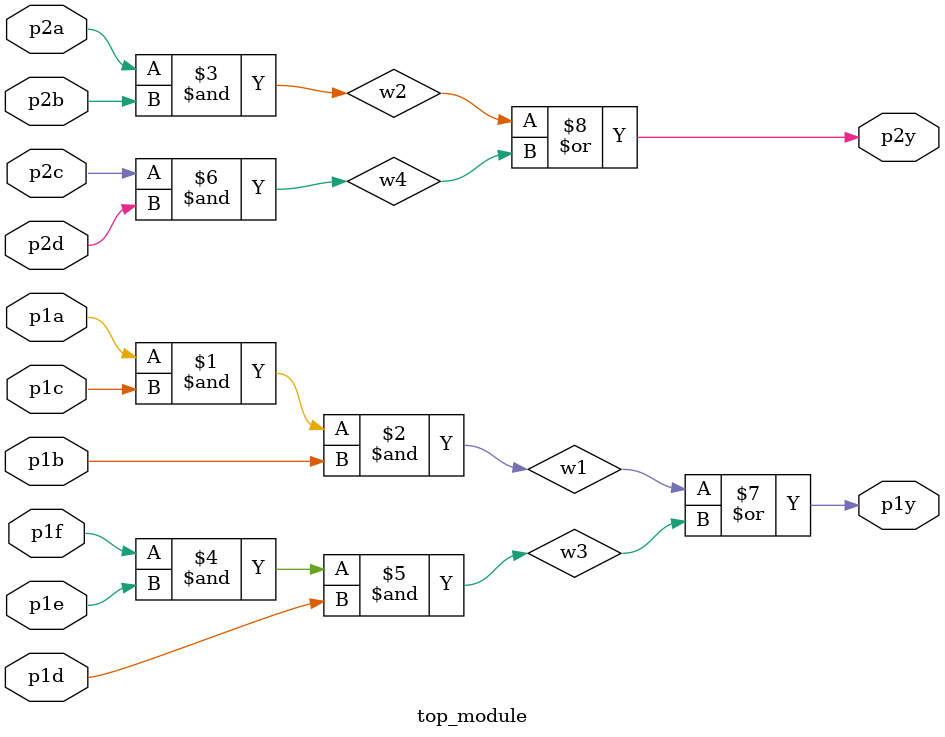
<source format=v>
module top_module ( 
    input p1a, p1b, p1c, p1d, p1e, p1f,
    output p1y,
    input p2a, p2b, p2c, p2d,
    output p2y );

    wire w1, w2, w3, w4;
    assign w1 = p1a & p1c & p1b;
    assign w2 = p2a & p2b;
    assign w3 = p1f & p1e & p1d;
    assign w4 = p2c & p2d;

    assign p1y = w1 | w3;
    assign p2y = w2 | w4;
    
endmodule

</source>
